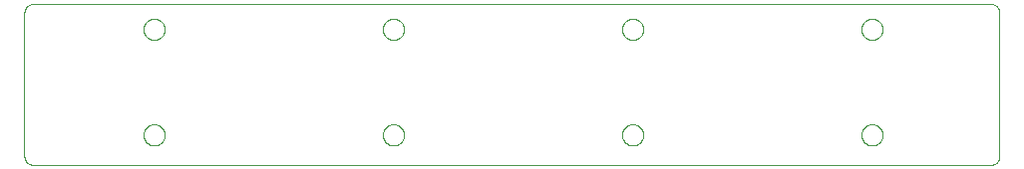
<source format=gko>
G75*
%MOIN*%
%OFA0B0*%
%FSLAX25Y25*%
%IPPOS*%
%LPD*%
%AMOC8*
5,1,8,0,0,1.08239X$1,22.5*
%
%ADD10C,0.00000*%
D10*
X0005500Y0002500D02*
X0325500Y0002500D01*
X0325607Y0002502D01*
X0325714Y0002508D01*
X0325821Y0002517D01*
X0325927Y0002531D01*
X0326033Y0002548D01*
X0326138Y0002569D01*
X0326242Y0002593D01*
X0326345Y0002622D01*
X0326447Y0002654D01*
X0326548Y0002689D01*
X0326648Y0002728D01*
X0326746Y0002771D01*
X0326843Y0002817D01*
X0326938Y0002867D01*
X0327031Y0002920D01*
X0327122Y0002976D01*
X0327211Y0003036D01*
X0327298Y0003098D01*
X0327382Y0003164D01*
X0327465Y0003233D01*
X0327544Y0003304D01*
X0327621Y0003379D01*
X0327696Y0003456D01*
X0327767Y0003535D01*
X0327836Y0003618D01*
X0327902Y0003702D01*
X0327964Y0003789D01*
X0328024Y0003878D01*
X0328080Y0003969D01*
X0328133Y0004062D01*
X0328183Y0004157D01*
X0328229Y0004254D01*
X0328272Y0004352D01*
X0328311Y0004452D01*
X0328346Y0004553D01*
X0328378Y0004655D01*
X0328407Y0004758D01*
X0328431Y0004862D01*
X0328452Y0004967D01*
X0328469Y0005073D01*
X0328483Y0005179D01*
X0328492Y0005286D01*
X0328498Y0005393D01*
X0328500Y0005500D01*
X0328500Y0053500D01*
X0328498Y0053607D01*
X0328492Y0053714D01*
X0328483Y0053821D01*
X0328469Y0053927D01*
X0328452Y0054033D01*
X0328431Y0054138D01*
X0328407Y0054242D01*
X0328378Y0054345D01*
X0328346Y0054447D01*
X0328311Y0054548D01*
X0328272Y0054648D01*
X0328229Y0054746D01*
X0328183Y0054843D01*
X0328133Y0054938D01*
X0328080Y0055031D01*
X0328024Y0055122D01*
X0327964Y0055211D01*
X0327902Y0055298D01*
X0327836Y0055382D01*
X0327767Y0055465D01*
X0327696Y0055544D01*
X0327621Y0055621D01*
X0327544Y0055696D01*
X0327465Y0055767D01*
X0327382Y0055836D01*
X0327298Y0055902D01*
X0327211Y0055964D01*
X0327122Y0056024D01*
X0327031Y0056080D01*
X0326938Y0056133D01*
X0326843Y0056183D01*
X0326746Y0056229D01*
X0326648Y0056272D01*
X0326548Y0056311D01*
X0326447Y0056346D01*
X0326345Y0056378D01*
X0326242Y0056407D01*
X0326138Y0056431D01*
X0326033Y0056452D01*
X0325927Y0056469D01*
X0325821Y0056483D01*
X0325714Y0056492D01*
X0325607Y0056498D01*
X0325500Y0056500D01*
X0005500Y0056500D01*
X0005393Y0056498D01*
X0005286Y0056492D01*
X0005179Y0056483D01*
X0005073Y0056469D01*
X0004967Y0056452D01*
X0004862Y0056431D01*
X0004758Y0056407D01*
X0004655Y0056378D01*
X0004553Y0056346D01*
X0004452Y0056311D01*
X0004352Y0056272D01*
X0004254Y0056229D01*
X0004157Y0056183D01*
X0004062Y0056133D01*
X0003969Y0056080D01*
X0003878Y0056024D01*
X0003789Y0055964D01*
X0003702Y0055902D01*
X0003618Y0055836D01*
X0003535Y0055767D01*
X0003456Y0055696D01*
X0003379Y0055621D01*
X0003304Y0055544D01*
X0003233Y0055465D01*
X0003164Y0055382D01*
X0003098Y0055298D01*
X0003036Y0055211D01*
X0002976Y0055122D01*
X0002920Y0055031D01*
X0002867Y0054938D01*
X0002817Y0054843D01*
X0002771Y0054746D01*
X0002728Y0054648D01*
X0002689Y0054548D01*
X0002654Y0054447D01*
X0002622Y0054345D01*
X0002593Y0054242D01*
X0002569Y0054138D01*
X0002548Y0054033D01*
X0002531Y0053927D01*
X0002517Y0053821D01*
X0002508Y0053714D01*
X0002502Y0053607D01*
X0002500Y0053500D01*
X0002500Y0005500D01*
X0002502Y0005393D01*
X0002508Y0005286D01*
X0002517Y0005179D01*
X0002531Y0005073D01*
X0002548Y0004967D01*
X0002569Y0004862D01*
X0002593Y0004758D01*
X0002622Y0004655D01*
X0002654Y0004553D01*
X0002689Y0004452D01*
X0002728Y0004352D01*
X0002771Y0004254D01*
X0002817Y0004157D01*
X0002867Y0004062D01*
X0002920Y0003969D01*
X0002976Y0003878D01*
X0003036Y0003789D01*
X0003098Y0003702D01*
X0003164Y0003618D01*
X0003233Y0003535D01*
X0003304Y0003456D01*
X0003379Y0003379D01*
X0003456Y0003304D01*
X0003535Y0003233D01*
X0003618Y0003164D01*
X0003702Y0003098D01*
X0003789Y0003036D01*
X0003878Y0002976D01*
X0003969Y0002920D01*
X0004062Y0002867D01*
X0004157Y0002817D01*
X0004254Y0002771D01*
X0004352Y0002728D01*
X0004452Y0002689D01*
X0004553Y0002654D01*
X0004655Y0002622D01*
X0004758Y0002593D01*
X0004862Y0002569D01*
X0004967Y0002548D01*
X0005073Y0002531D01*
X0005179Y0002517D01*
X0005286Y0002508D01*
X0005393Y0002502D01*
X0005500Y0002500D01*
X0042323Y0012574D02*
X0042325Y0012692D01*
X0042331Y0012811D01*
X0042341Y0012929D01*
X0042355Y0013046D01*
X0042372Y0013163D01*
X0042394Y0013280D01*
X0042420Y0013395D01*
X0042449Y0013510D01*
X0042482Y0013624D01*
X0042519Y0013736D01*
X0042560Y0013847D01*
X0042604Y0013957D01*
X0042652Y0014065D01*
X0042704Y0014172D01*
X0042759Y0014277D01*
X0042818Y0014380D01*
X0042880Y0014480D01*
X0042945Y0014579D01*
X0043014Y0014676D01*
X0043085Y0014770D01*
X0043160Y0014861D01*
X0043238Y0014951D01*
X0043319Y0015037D01*
X0043403Y0015121D01*
X0043489Y0015202D01*
X0043579Y0015280D01*
X0043670Y0015355D01*
X0043764Y0015426D01*
X0043861Y0015495D01*
X0043960Y0015560D01*
X0044060Y0015622D01*
X0044163Y0015681D01*
X0044268Y0015736D01*
X0044375Y0015788D01*
X0044483Y0015836D01*
X0044593Y0015880D01*
X0044704Y0015921D01*
X0044816Y0015958D01*
X0044930Y0015991D01*
X0045045Y0016020D01*
X0045160Y0016046D01*
X0045277Y0016068D01*
X0045394Y0016085D01*
X0045511Y0016099D01*
X0045629Y0016109D01*
X0045748Y0016115D01*
X0045866Y0016117D01*
X0045984Y0016115D01*
X0046103Y0016109D01*
X0046221Y0016099D01*
X0046338Y0016085D01*
X0046455Y0016068D01*
X0046572Y0016046D01*
X0046687Y0016020D01*
X0046802Y0015991D01*
X0046916Y0015958D01*
X0047028Y0015921D01*
X0047139Y0015880D01*
X0047249Y0015836D01*
X0047357Y0015788D01*
X0047464Y0015736D01*
X0047569Y0015681D01*
X0047672Y0015622D01*
X0047772Y0015560D01*
X0047871Y0015495D01*
X0047968Y0015426D01*
X0048062Y0015355D01*
X0048153Y0015280D01*
X0048243Y0015202D01*
X0048329Y0015121D01*
X0048413Y0015037D01*
X0048494Y0014951D01*
X0048572Y0014861D01*
X0048647Y0014770D01*
X0048718Y0014676D01*
X0048787Y0014579D01*
X0048852Y0014480D01*
X0048914Y0014380D01*
X0048973Y0014277D01*
X0049028Y0014172D01*
X0049080Y0014065D01*
X0049128Y0013957D01*
X0049172Y0013847D01*
X0049213Y0013736D01*
X0049250Y0013624D01*
X0049283Y0013510D01*
X0049312Y0013395D01*
X0049338Y0013280D01*
X0049360Y0013163D01*
X0049377Y0013046D01*
X0049391Y0012929D01*
X0049401Y0012811D01*
X0049407Y0012692D01*
X0049409Y0012574D01*
X0049407Y0012456D01*
X0049401Y0012337D01*
X0049391Y0012219D01*
X0049377Y0012102D01*
X0049360Y0011985D01*
X0049338Y0011868D01*
X0049312Y0011753D01*
X0049283Y0011638D01*
X0049250Y0011524D01*
X0049213Y0011412D01*
X0049172Y0011301D01*
X0049128Y0011191D01*
X0049080Y0011083D01*
X0049028Y0010976D01*
X0048973Y0010871D01*
X0048914Y0010768D01*
X0048852Y0010668D01*
X0048787Y0010569D01*
X0048718Y0010472D01*
X0048647Y0010378D01*
X0048572Y0010287D01*
X0048494Y0010197D01*
X0048413Y0010111D01*
X0048329Y0010027D01*
X0048243Y0009946D01*
X0048153Y0009868D01*
X0048062Y0009793D01*
X0047968Y0009722D01*
X0047871Y0009653D01*
X0047772Y0009588D01*
X0047672Y0009526D01*
X0047569Y0009467D01*
X0047464Y0009412D01*
X0047357Y0009360D01*
X0047249Y0009312D01*
X0047139Y0009268D01*
X0047028Y0009227D01*
X0046916Y0009190D01*
X0046802Y0009157D01*
X0046687Y0009128D01*
X0046572Y0009102D01*
X0046455Y0009080D01*
X0046338Y0009063D01*
X0046221Y0009049D01*
X0046103Y0009039D01*
X0045984Y0009033D01*
X0045866Y0009031D01*
X0045748Y0009033D01*
X0045629Y0009039D01*
X0045511Y0009049D01*
X0045394Y0009063D01*
X0045277Y0009080D01*
X0045160Y0009102D01*
X0045045Y0009128D01*
X0044930Y0009157D01*
X0044816Y0009190D01*
X0044704Y0009227D01*
X0044593Y0009268D01*
X0044483Y0009312D01*
X0044375Y0009360D01*
X0044268Y0009412D01*
X0044163Y0009467D01*
X0044060Y0009526D01*
X0043960Y0009588D01*
X0043861Y0009653D01*
X0043764Y0009722D01*
X0043670Y0009793D01*
X0043579Y0009868D01*
X0043489Y0009946D01*
X0043403Y0010027D01*
X0043319Y0010111D01*
X0043238Y0010197D01*
X0043160Y0010287D01*
X0043085Y0010378D01*
X0043014Y0010472D01*
X0042945Y0010569D01*
X0042880Y0010668D01*
X0042818Y0010768D01*
X0042759Y0010871D01*
X0042704Y0010976D01*
X0042652Y0011083D01*
X0042604Y0011191D01*
X0042560Y0011301D01*
X0042519Y0011412D01*
X0042482Y0011524D01*
X0042449Y0011638D01*
X0042420Y0011753D01*
X0042394Y0011868D01*
X0042372Y0011985D01*
X0042355Y0012102D01*
X0042341Y0012219D01*
X0042331Y0012337D01*
X0042325Y0012456D01*
X0042323Y0012574D01*
X0122321Y0012574D02*
X0122323Y0012692D01*
X0122329Y0012811D01*
X0122339Y0012929D01*
X0122353Y0013046D01*
X0122370Y0013163D01*
X0122392Y0013280D01*
X0122418Y0013395D01*
X0122447Y0013510D01*
X0122480Y0013624D01*
X0122517Y0013736D01*
X0122558Y0013847D01*
X0122602Y0013957D01*
X0122650Y0014065D01*
X0122702Y0014172D01*
X0122757Y0014277D01*
X0122816Y0014380D01*
X0122878Y0014480D01*
X0122943Y0014579D01*
X0123012Y0014676D01*
X0123083Y0014770D01*
X0123158Y0014861D01*
X0123236Y0014951D01*
X0123317Y0015037D01*
X0123401Y0015121D01*
X0123487Y0015202D01*
X0123577Y0015280D01*
X0123668Y0015355D01*
X0123762Y0015426D01*
X0123859Y0015495D01*
X0123958Y0015560D01*
X0124058Y0015622D01*
X0124161Y0015681D01*
X0124266Y0015736D01*
X0124373Y0015788D01*
X0124481Y0015836D01*
X0124591Y0015880D01*
X0124702Y0015921D01*
X0124814Y0015958D01*
X0124928Y0015991D01*
X0125043Y0016020D01*
X0125158Y0016046D01*
X0125275Y0016068D01*
X0125392Y0016085D01*
X0125509Y0016099D01*
X0125627Y0016109D01*
X0125746Y0016115D01*
X0125864Y0016117D01*
X0125982Y0016115D01*
X0126101Y0016109D01*
X0126219Y0016099D01*
X0126336Y0016085D01*
X0126453Y0016068D01*
X0126570Y0016046D01*
X0126685Y0016020D01*
X0126800Y0015991D01*
X0126914Y0015958D01*
X0127026Y0015921D01*
X0127137Y0015880D01*
X0127247Y0015836D01*
X0127355Y0015788D01*
X0127462Y0015736D01*
X0127567Y0015681D01*
X0127670Y0015622D01*
X0127770Y0015560D01*
X0127869Y0015495D01*
X0127966Y0015426D01*
X0128060Y0015355D01*
X0128151Y0015280D01*
X0128241Y0015202D01*
X0128327Y0015121D01*
X0128411Y0015037D01*
X0128492Y0014951D01*
X0128570Y0014861D01*
X0128645Y0014770D01*
X0128716Y0014676D01*
X0128785Y0014579D01*
X0128850Y0014480D01*
X0128912Y0014380D01*
X0128971Y0014277D01*
X0129026Y0014172D01*
X0129078Y0014065D01*
X0129126Y0013957D01*
X0129170Y0013847D01*
X0129211Y0013736D01*
X0129248Y0013624D01*
X0129281Y0013510D01*
X0129310Y0013395D01*
X0129336Y0013280D01*
X0129358Y0013163D01*
X0129375Y0013046D01*
X0129389Y0012929D01*
X0129399Y0012811D01*
X0129405Y0012692D01*
X0129407Y0012574D01*
X0129405Y0012456D01*
X0129399Y0012337D01*
X0129389Y0012219D01*
X0129375Y0012102D01*
X0129358Y0011985D01*
X0129336Y0011868D01*
X0129310Y0011753D01*
X0129281Y0011638D01*
X0129248Y0011524D01*
X0129211Y0011412D01*
X0129170Y0011301D01*
X0129126Y0011191D01*
X0129078Y0011083D01*
X0129026Y0010976D01*
X0128971Y0010871D01*
X0128912Y0010768D01*
X0128850Y0010668D01*
X0128785Y0010569D01*
X0128716Y0010472D01*
X0128645Y0010378D01*
X0128570Y0010287D01*
X0128492Y0010197D01*
X0128411Y0010111D01*
X0128327Y0010027D01*
X0128241Y0009946D01*
X0128151Y0009868D01*
X0128060Y0009793D01*
X0127966Y0009722D01*
X0127869Y0009653D01*
X0127770Y0009588D01*
X0127670Y0009526D01*
X0127567Y0009467D01*
X0127462Y0009412D01*
X0127355Y0009360D01*
X0127247Y0009312D01*
X0127137Y0009268D01*
X0127026Y0009227D01*
X0126914Y0009190D01*
X0126800Y0009157D01*
X0126685Y0009128D01*
X0126570Y0009102D01*
X0126453Y0009080D01*
X0126336Y0009063D01*
X0126219Y0009049D01*
X0126101Y0009039D01*
X0125982Y0009033D01*
X0125864Y0009031D01*
X0125746Y0009033D01*
X0125627Y0009039D01*
X0125509Y0009049D01*
X0125392Y0009063D01*
X0125275Y0009080D01*
X0125158Y0009102D01*
X0125043Y0009128D01*
X0124928Y0009157D01*
X0124814Y0009190D01*
X0124702Y0009227D01*
X0124591Y0009268D01*
X0124481Y0009312D01*
X0124373Y0009360D01*
X0124266Y0009412D01*
X0124161Y0009467D01*
X0124058Y0009526D01*
X0123958Y0009588D01*
X0123859Y0009653D01*
X0123762Y0009722D01*
X0123668Y0009793D01*
X0123577Y0009868D01*
X0123487Y0009946D01*
X0123401Y0010027D01*
X0123317Y0010111D01*
X0123236Y0010197D01*
X0123158Y0010287D01*
X0123083Y0010378D01*
X0123012Y0010472D01*
X0122943Y0010569D01*
X0122878Y0010668D01*
X0122816Y0010768D01*
X0122757Y0010871D01*
X0122702Y0010976D01*
X0122650Y0011083D01*
X0122602Y0011191D01*
X0122558Y0011301D01*
X0122517Y0011412D01*
X0122480Y0011524D01*
X0122447Y0011638D01*
X0122418Y0011753D01*
X0122392Y0011868D01*
X0122370Y0011985D01*
X0122353Y0012102D01*
X0122339Y0012219D01*
X0122329Y0012337D01*
X0122323Y0012456D01*
X0122321Y0012574D01*
X0202318Y0012574D02*
X0202320Y0012692D01*
X0202326Y0012811D01*
X0202336Y0012929D01*
X0202350Y0013046D01*
X0202367Y0013163D01*
X0202389Y0013280D01*
X0202415Y0013395D01*
X0202444Y0013510D01*
X0202477Y0013624D01*
X0202514Y0013736D01*
X0202555Y0013847D01*
X0202599Y0013957D01*
X0202647Y0014065D01*
X0202699Y0014172D01*
X0202754Y0014277D01*
X0202813Y0014380D01*
X0202875Y0014480D01*
X0202940Y0014579D01*
X0203009Y0014676D01*
X0203080Y0014770D01*
X0203155Y0014861D01*
X0203233Y0014951D01*
X0203314Y0015037D01*
X0203398Y0015121D01*
X0203484Y0015202D01*
X0203574Y0015280D01*
X0203665Y0015355D01*
X0203759Y0015426D01*
X0203856Y0015495D01*
X0203955Y0015560D01*
X0204055Y0015622D01*
X0204158Y0015681D01*
X0204263Y0015736D01*
X0204370Y0015788D01*
X0204478Y0015836D01*
X0204588Y0015880D01*
X0204699Y0015921D01*
X0204811Y0015958D01*
X0204925Y0015991D01*
X0205040Y0016020D01*
X0205155Y0016046D01*
X0205272Y0016068D01*
X0205389Y0016085D01*
X0205506Y0016099D01*
X0205624Y0016109D01*
X0205743Y0016115D01*
X0205861Y0016117D01*
X0205979Y0016115D01*
X0206098Y0016109D01*
X0206216Y0016099D01*
X0206333Y0016085D01*
X0206450Y0016068D01*
X0206567Y0016046D01*
X0206682Y0016020D01*
X0206797Y0015991D01*
X0206911Y0015958D01*
X0207023Y0015921D01*
X0207134Y0015880D01*
X0207244Y0015836D01*
X0207352Y0015788D01*
X0207459Y0015736D01*
X0207564Y0015681D01*
X0207667Y0015622D01*
X0207767Y0015560D01*
X0207866Y0015495D01*
X0207963Y0015426D01*
X0208057Y0015355D01*
X0208148Y0015280D01*
X0208238Y0015202D01*
X0208324Y0015121D01*
X0208408Y0015037D01*
X0208489Y0014951D01*
X0208567Y0014861D01*
X0208642Y0014770D01*
X0208713Y0014676D01*
X0208782Y0014579D01*
X0208847Y0014480D01*
X0208909Y0014380D01*
X0208968Y0014277D01*
X0209023Y0014172D01*
X0209075Y0014065D01*
X0209123Y0013957D01*
X0209167Y0013847D01*
X0209208Y0013736D01*
X0209245Y0013624D01*
X0209278Y0013510D01*
X0209307Y0013395D01*
X0209333Y0013280D01*
X0209355Y0013163D01*
X0209372Y0013046D01*
X0209386Y0012929D01*
X0209396Y0012811D01*
X0209402Y0012692D01*
X0209404Y0012574D01*
X0209402Y0012456D01*
X0209396Y0012337D01*
X0209386Y0012219D01*
X0209372Y0012102D01*
X0209355Y0011985D01*
X0209333Y0011868D01*
X0209307Y0011753D01*
X0209278Y0011638D01*
X0209245Y0011524D01*
X0209208Y0011412D01*
X0209167Y0011301D01*
X0209123Y0011191D01*
X0209075Y0011083D01*
X0209023Y0010976D01*
X0208968Y0010871D01*
X0208909Y0010768D01*
X0208847Y0010668D01*
X0208782Y0010569D01*
X0208713Y0010472D01*
X0208642Y0010378D01*
X0208567Y0010287D01*
X0208489Y0010197D01*
X0208408Y0010111D01*
X0208324Y0010027D01*
X0208238Y0009946D01*
X0208148Y0009868D01*
X0208057Y0009793D01*
X0207963Y0009722D01*
X0207866Y0009653D01*
X0207767Y0009588D01*
X0207667Y0009526D01*
X0207564Y0009467D01*
X0207459Y0009412D01*
X0207352Y0009360D01*
X0207244Y0009312D01*
X0207134Y0009268D01*
X0207023Y0009227D01*
X0206911Y0009190D01*
X0206797Y0009157D01*
X0206682Y0009128D01*
X0206567Y0009102D01*
X0206450Y0009080D01*
X0206333Y0009063D01*
X0206216Y0009049D01*
X0206098Y0009039D01*
X0205979Y0009033D01*
X0205861Y0009031D01*
X0205743Y0009033D01*
X0205624Y0009039D01*
X0205506Y0009049D01*
X0205389Y0009063D01*
X0205272Y0009080D01*
X0205155Y0009102D01*
X0205040Y0009128D01*
X0204925Y0009157D01*
X0204811Y0009190D01*
X0204699Y0009227D01*
X0204588Y0009268D01*
X0204478Y0009312D01*
X0204370Y0009360D01*
X0204263Y0009412D01*
X0204158Y0009467D01*
X0204055Y0009526D01*
X0203955Y0009588D01*
X0203856Y0009653D01*
X0203759Y0009722D01*
X0203665Y0009793D01*
X0203574Y0009868D01*
X0203484Y0009946D01*
X0203398Y0010027D01*
X0203314Y0010111D01*
X0203233Y0010197D01*
X0203155Y0010287D01*
X0203080Y0010378D01*
X0203009Y0010472D01*
X0202940Y0010569D01*
X0202875Y0010668D01*
X0202813Y0010768D01*
X0202754Y0010871D01*
X0202699Y0010976D01*
X0202647Y0011083D01*
X0202599Y0011191D01*
X0202555Y0011301D01*
X0202514Y0011412D01*
X0202477Y0011524D01*
X0202444Y0011638D01*
X0202415Y0011753D01*
X0202389Y0011868D01*
X0202367Y0011985D01*
X0202350Y0012102D01*
X0202336Y0012219D01*
X0202326Y0012337D01*
X0202320Y0012456D01*
X0202318Y0012574D01*
X0282323Y0012574D02*
X0282325Y0012692D01*
X0282331Y0012811D01*
X0282341Y0012929D01*
X0282355Y0013046D01*
X0282372Y0013163D01*
X0282394Y0013280D01*
X0282420Y0013395D01*
X0282449Y0013510D01*
X0282482Y0013624D01*
X0282519Y0013736D01*
X0282560Y0013847D01*
X0282604Y0013957D01*
X0282652Y0014065D01*
X0282704Y0014172D01*
X0282759Y0014277D01*
X0282818Y0014380D01*
X0282880Y0014480D01*
X0282945Y0014579D01*
X0283014Y0014676D01*
X0283085Y0014770D01*
X0283160Y0014861D01*
X0283238Y0014951D01*
X0283319Y0015037D01*
X0283403Y0015121D01*
X0283489Y0015202D01*
X0283579Y0015280D01*
X0283670Y0015355D01*
X0283764Y0015426D01*
X0283861Y0015495D01*
X0283960Y0015560D01*
X0284060Y0015622D01*
X0284163Y0015681D01*
X0284268Y0015736D01*
X0284375Y0015788D01*
X0284483Y0015836D01*
X0284593Y0015880D01*
X0284704Y0015921D01*
X0284816Y0015958D01*
X0284930Y0015991D01*
X0285045Y0016020D01*
X0285160Y0016046D01*
X0285277Y0016068D01*
X0285394Y0016085D01*
X0285511Y0016099D01*
X0285629Y0016109D01*
X0285748Y0016115D01*
X0285866Y0016117D01*
X0285984Y0016115D01*
X0286103Y0016109D01*
X0286221Y0016099D01*
X0286338Y0016085D01*
X0286455Y0016068D01*
X0286572Y0016046D01*
X0286687Y0016020D01*
X0286802Y0015991D01*
X0286916Y0015958D01*
X0287028Y0015921D01*
X0287139Y0015880D01*
X0287249Y0015836D01*
X0287357Y0015788D01*
X0287464Y0015736D01*
X0287569Y0015681D01*
X0287672Y0015622D01*
X0287772Y0015560D01*
X0287871Y0015495D01*
X0287968Y0015426D01*
X0288062Y0015355D01*
X0288153Y0015280D01*
X0288243Y0015202D01*
X0288329Y0015121D01*
X0288413Y0015037D01*
X0288494Y0014951D01*
X0288572Y0014861D01*
X0288647Y0014770D01*
X0288718Y0014676D01*
X0288787Y0014579D01*
X0288852Y0014480D01*
X0288914Y0014380D01*
X0288973Y0014277D01*
X0289028Y0014172D01*
X0289080Y0014065D01*
X0289128Y0013957D01*
X0289172Y0013847D01*
X0289213Y0013736D01*
X0289250Y0013624D01*
X0289283Y0013510D01*
X0289312Y0013395D01*
X0289338Y0013280D01*
X0289360Y0013163D01*
X0289377Y0013046D01*
X0289391Y0012929D01*
X0289401Y0012811D01*
X0289407Y0012692D01*
X0289409Y0012574D01*
X0289407Y0012456D01*
X0289401Y0012337D01*
X0289391Y0012219D01*
X0289377Y0012102D01*
X0289360Y0011985D01*
X0289338Y0011868D01*
X0289312Y0011753D01*
X0289283Y0011638D01*
X0289250Y0011524D01*
X0289213Y0011412D01*
X0289172Y0011301D01*
X0289128Y0011191D01*
X0289080Y0011083D01*
X0289028Y0010976D01*
X0288973Y0010871D01*
X0288914Y0010768D01*
X0288852Y0010668D01*
X0288787Y0010569D01*
X0288718Y0010472D01*
X0288647Y0010378D01*
X0288572Y0010287D01*
X0288494Y0010197D01*
X0288413Y0010111D01*
X0288329Y0010027D01*
X0288243Y0009946D01*
X0288153Y0009868D01*
X0288062Y0009793D01*
X0287968Y0009722D01*
X0287871Y0009653D01*
X0287772Y0009588D01*
X0287672Y0009526D01*
X0287569Y0009467D01*
X0287464Y0009412D01*
X0287357Y0009360D01*
X0287249Y0009312D01*
X0287139Y0009268D01*
X0287028Y0009227D01*
X0286916Y0009190D01*
X0286802Y0009157D01*
X0286687Y0009128D01*
X0286572Y0009102D01*
X0286455Y0009080D01*
X0286338Y0009063D01*
X0286221Y0009049D01*
X0286103Y0009039D01*
X0285984Y0009033D01*
X0285866Y0009031D01*
X0285748Y0009033D01*
X0285629Y0009039D01*
X0285511Y0009049D01*
X0285394Y0009063D01*
X0285277Y0009080D01*
X0285160Y0009102D01*
X0285045Y0009128D01*
X0284930Y0009157D01*
X0284816Y0009190D01*
X0284704Y0009227D01*
X0284593Y0009268D01*
X0284483Y0009312D01*
X0284375Y0009360D01*
X0284268Y0009412D01*
X0284163Y0009467D01*
X0284060Y0009526D01*
X0283960Y0009588D01*
X0283861Y0009653D01*
X0283764Y0009722D01*
X0283670Y0009793D01*
X0283579Y0009868D01*
X0283489Y0009946D01*
X0283403Y0010027D01*
X0283319Y0010111D01*
X0283238Y0010197D01*
X0283160Y0010287D01*
X0283085Y0010378D01*
X0283014Y0010472D01*
X0282945Y0010569D01*
X0282880Y0010668D01*
X0282818Y0010768D01*
X0282759Y0010871D01*
X0282704Y0010976D01*
X0282652Y0011083D01*
X0282604Y0011191D01*
X0282560Y0011301D01*
X0282519Y0011412D01*
X0282482Y0011524D01*
X0282449Y0011638D01*
X0282420Y0011753D01*
X0282394Y0011868D01*
X0282372Y0011985D01*
X0282355Y0012102D01*
X0282341Y0012219D01*
X0282331Y0012337D01*
X0282325Y0012456D01*
X0282323Y0012574D01*
X0282316Y0047974D02*
X0282318Y0048093D01*
X0282324Y0048211D01*
X0282334Y0048329D01*
X0282348Y0048447D01*
X0282365Y0048564D01*
X0282387Y0048681D01*
X0282413Y0048797D01*
X0282442Y0048912D01*
X0282475Y0049026D01*
X0282512Y0049138D01*
X0282553Y0049250D01*
X0282598Y0049360D01*
X0282646Y0049468D01*
X0282698Y0049575D01*
X0282753Y0049680D01*
X0282812Y0049783D01*
X0282874Y0049884D01*
X0282939Y0049983D01*
X0283008Y0050080D01*
X0283080Y0050174D01*
X0283155Y0050266D01*
X0283233Y0050355D01*
X0283314Y0050442D01*
X0283398Y0050526D01*
X0283485Y0050607D01*
X0283574Y0050685D01*
X0283666Y0050760D01*
X0283760Y0050832D01*
X0283857Y0050901D01*
X0283956Y0050966D01*
X0284057Y0051028D01*
X0284160Y0051087D01*
X0284265Y0051142D01*
X0284372Y0051194D01*
X0284480Y0051242D01*
X0284590Y0051287D01*
X0284702Y0051328D01*
X0284814Y0051365D01*
X0284928Y0051398D01*
X0285043Y0051427D01*
X0285159Y0051453D01*
X0285276Y0051475D01*
X0285393Y0051492D01*
X0285511Y0051506D01*
X0285629Y0051516D01*
X0285747Y0051522D01*
X0285866Y0051524D01*
X0285985Y0051522D01*
X0286103Y0051516D01*
X0286221Y0051506D01*
X0286339Y0051492D01*
X0286456Y0051475D01*
X0286573Y0051453D01*
X0286689Y0051427D01*
X0286804Y0051398D01*
X0286918Y0051365D01*
X0287030Y0051328D01*
X0287142Y0051287D01*
X0287252Y0051242D01*
X0287360Y0051194D01*
X0287467Y0051142D01*
X0287572Y0051087D01*
X0287675Y0051028D01*
X0287776Y0050966D01*
X0287875Y0050901D01*
X0287972Y0050832D01*
X0288066Y0050760D01*
X0288158Y0050685D01*
X0288247Y0050607D01*
X0288334Y0050526D01*
X0288418Y0050442D01*
X0288499Y0050355D01*
X0288577Y0050266D01*
X0288652Y0050174D01*
X0288724Y0050080D01*
X0288793Y0049983D01*
X0288858Y0049884D01*
X0288920Y0049783D01*
X0288979Y0049680D01*
X0289034Y0049575D01*
X0289086Y0049468D01*
X0289134Y0049360D01*
X0289179Y0049250D01*
X0289220Y0049138D01*
X0289257Y0049026D01*
X0289290Y0048912D01*
X0289319Y0048797D01*
X0289345Y0048681D01*
X0289367Y0048564D01*
X0289384Y0048447D01*
X0289398Y0048329D01*
X0289408Y0048211D01*
X0289414Y0048093D01*
X0289416Y0047974D01*
X0289414Y0047855D01*
X0289408Y0047737D01*
X0289398Y0047619D01*
X0289384Y0047501D01*
X0289367Y0047384D01*
X0289345Y0047267D01*
X0289319Y0047151D01*
X0289290Y0047036D01*
X0289257Y0046922D01*
X0289220Y0046810D01*
X0289179Y0046698D01*
X0289134Y0046588D01*
X0289086Y0046480D01*
X0289034Y0046373D01*
X0288979Y0046268D01*
X0288920Y0046165D01*
X0288858Y0046064D01*
X0288793Y0045965D01*
X0288724Y0045868D01*
X0288652Y0045774D01*
X0288577Y0045682D01*
X0288499Y0045593D01*
X0288418Y0045506D01*
X0288334Y0045422D01*
X0288247Y0045341D01*
X0288158Y0045263D01*
X0288066Y0045188D01*
X0287972Y0045116D01*
X0287875Y0045047D01*
X0287776Y0044982D01*
X0287675Y0044920D01*
X0287572Y0044861D01*
X0287467Y0044806D01*
X0287360Y0044754D01*
X0287252Y0044706D01*
X0287142Y0044661D01*
X0287030Y0044620D01*
X0286918Y0044583D01*
X0286804Y0044550D01*
X0286689Y0044521D01*
X0286573Y0044495D01*
X0286456Y0044473D01*
X0286339Y0044456D01*
X0286221Y0044442D01*
X0286103Y0044432D01*
X0285985Y0044426D01*
X0285866Y0044424D01*
X0285747Y0044426D01*
X0285629Y0044432D01*
X0285511Y0044442D01*
X0285393Y0044456D01*
X0285276Y0044473D01*
X0285159Y0044495D01*
X0285043Y0044521D01*
X0284928Y0044550D01*
X0284814Y0044583D01*
X0284702Y0044620D01*
X0284590Y0044661D01*
X0284480Y0044706D01*
X0284372Y0044754D01*
X0284265Y0044806D01*
X0284160Y0044861D01*
X0284057Y0044920D01*
X0283956Y0044982D01*
X0283857Y0045047D01*
X0283760Y0045116D01*
X0283666Y0045188D01*
X0283574Y0045263D01*
X0283485Y0045341D01*
X0283398Y0045422D01*
X0283314Y0045506D01*
X0283233Y0045593D01*
X0283155Y0045682D01*
X0283080Y0045774D01*
X0283008Y0045868D01*
X0282939Y0045965D01*
X0282874Y0046064D01*
X0282812Y0046165D01*
X0282753Y0046268D01*
X0282698Y0046373D01*
X0282646Y0046480D01*
X0282598Y0046588D01*
X0282553Y0046698D01*
X0282512Y0046810D01*
X0282475Y0046922D01*
X0282442Y0047036D01*
X0282413Y0047151D01*
X0282387Y0047267D01*
X0282365Y0047384D01*
X0282348Y0047501D01*
X0282334Y0047619D01*
X0282324Y0047737D01*
X0282318Y0047855D01*
X0282316Y0047974D01*
X0202311Y0047974D02*
X0202313Y0048093D01*
X0202319Y0048211D01*
X0202329Y0048329D01*
X0202343Y0048447D01*
X0202360Y0048564D01*
X0202382Y0048681D01*
X0202408Y0048797D01*
X0202437Y0048912D01*
X0202470Y0049026D01*
X0202507Y0049138D01*
X0202548Y0049250D01*
X0202593Y0049360D01*
X0202641Y0049468D01*
X0202693Y0049575D01*
X0202748Y0049680D01*
X0202807Y0049783D01*
X0202869Y0049884D01*
X0202934Y0049983D01*
X0203003Y0050080D01*
X0203075Y0050174D01*
X0203150Y0050266D01*
X0203228Y0050355D01*
X0203309Y0050442D01*
X0203393Y0050526D01*
X0203480Y0050607D01*
X0203569Y0050685D01*
X0203661Y0050760D01*
X0203755Y0050832D01*
X0203852Y0050901D01*
X0203951Y0050966D01*
X0204052Y0051028D01*
X0204155Y0051087D01*
X0204260Y0051142D01*
X0204367Y0051194D01*
X0204475Y0051242D01*
X0204585Y0051287D01*
X0204697Y0051328D01*
X0204809Y0051365D01*
X0204923Y0051398D01*
X0205038Y0051427D01*
X0205154Y0051453D01*
X0205271Y0051475D01*
X0205388Y0051492D01*
X0205506Y0051506D01*
X0205624Y0051516D01*
X0205742Y0051522D01*
X0205861Y0051524D01*
X0205980Y0051522D01*
X0206098Y0051516D01*
X0206216Y0051506D01*
X0206334Y0051492D01*
X0206451Y0051475D01*
X0206568Y0051453D01*
X0206684Y0051427D01*
X0206799Y0051398D01*
X0206913Y0051365D01*
X0207025Y0051328D01*
X0207137Y0051287D01*
X0207247Y0051242D01*
X0207355Y0051194D01*
X0207462Y0051142D01*
X0207567Y0051087D01*
X0207670Y0051028D01*
X0207771Y0050966D01*
X0207870Y0050901D01*
X0207967Y0050832D01*
X0208061Y0050760D01*
X0208153Y0050685D01*
X0208242Y0050607D01*
X0208329Y0050526D01*
X0208413Y0050442D01*
X0208494Y0050355D01*
X0208572Y0050266D01*
X0208647Y0050174D01*
X0208719Y0050080D01*
X0208788Y0049983D01*
X0208853Y0049884D01*
X0208915Y0049783D01*
X0208974Y0049680D01*
X0209029Y0049575D01*
X0209081Y0049468D01*
X0209129Y0049360D01*
X0209174Y0049250D01*
X0209215Y0049138D01*
X0209252Y0049026D01*
X0209285Y0048912D01*
X0209314Y0048797D01*
X0209340Y0048681D01*
X0209362Y0048564D01*
X0209379Y0048447D01*
X0209393Y0048329D01*
X0209403Y0048211D01*
X0209409Y0048093D01*
X0209411Y0047974D01*
X0209409Y0047855D01*
X0209403Y0047737D01*
X0209393Y0047619D01*
X0209379Y0047501D01*
X0209362Y0047384D01*
X0209340Y0047267D01*
X0209314Y0047151D01*
X0209285Y0047036D01*
X0209252Y0046922D01*
X0209215Y0046810D01*
X0209174Y0046698D01*
X0209129Y0046588D01*
X0209081Y0046480D01*
X0209029Y0046373D01*
X0208974Y0046268D01*
X0208915Y0046165D01*
X0208853Y0046064D01*
X0208788Y0045965D01*
X0208719Y0045868D01*
X0208647Y0045774D01*
X0208572Y0045682D01*
X0208494Y0045593D01*
X0208413Y0045506D01*
X0208329Y0045422D01*
X0208242Y0045341D01*
X0208153Y0045263D01*
X0208061Y0045188D01*
X0207967Y0045116D01*
X0207870Y0045047D01*
X0207771Y0044982D01*
X0207670Y0044920D01*
X0207567Y0044861D01*
X0207462Y0044806D01*
X0207355Y0044754D01*
X0207247Y0044706D01*
X0207137Y0044661D01*
X0207025Y0044620D01*
X0206913Y0044583D01*
X0206799Y0044550D01*
X0206684Y0044521D01*
X0206568Y0044495D01*
X0206451Y0044473D01*
X0206334Y0044456D01*
X0206216Y0044442D01*
X0206098Y0044432D01*
X0205980Y0044426D01*
X0205861Y0044424D01*
X0205742Y0044426D01*
X0205624Y0044432D01*
X0205506Y0044442D01*
X0205388Y0044456D01*
X0205271Y0044473D01*
X0205154Y0044495D01*
X0205038Y0044521D01*
X0204923Y0044550D01*
X0204809Y0044583D01*
X0204697Y0044620D01*
X0204585Y0044661D01*
X0204475Y0044706D01*
X0204367Y0044754D01*
X0204260Y0044806D01*
X0204155Y0044861D01*
X0204052Y0044920D01*
X0203951Y0044982D01*
X0203852Y0045047D01*
X0203755Y0045116D01*
X0203661Y0045188D01*
X0203569Y0045263D01*
X0203480Y0045341D01*
X0203393Y0045422D01*
X0203309Y0045506D01*
X0203228Y0045593D01*
X0203150Y0045682D01*
X0203075Y0045774D01*
X0203003Y0045868D01*
X0202934Y0045965D01*
X0202869Y0046064D01*
X0202807Y0046165D01*
X0202748Y0046268D01*
X0202693Y0046373D01*
X0202641Y0046480D01*
X0202593Y0046588D01*
X0202548Y0046698D01*
X0202507Y0046810D01*
X0202470Y0046922D01*
X0202437Y0047036D01*
X0202408Y0047151D01*
X0202382Y0047267D01*
X0202360Y0047384D01*
X0202343Y0047501D01*
X0202329Y0047619D01*
X0202319Y0047737D01*
X0202313Y0047855D01*
X0202311Y0047974D01*
X0122314Y0047974D02*
X0122316Y0048093D01*
X0122322Y0048211D01*
X0122332Y0048329D01*
X0122346Y0048447D01*
X0122363Y0048564D01*
X0122385Y0048681D01*
X0122411Y0048797D01*
X0122440Y0048912D01*
X0122473Y0049026D01*
X0122510Y0049138D01*
X0122551Y0049250D01*
X0122596Y0049360D01*
X0122644Y0049468D01*
X0122696Y0049575D01*
X0122751Y0049680D01*
X0122810Y0049783D01*
X0122872Y0049884D01*
X0122937Y0049983D01*
X0123006Y0050080D01*
X0123078Y0050174D01*
X0123153Y0050266D01*
X0123231Y0050355D01*
X0123312Y0050442D01*
X0123396Y0050526D01*
X0123483Y0050607D01*
X0123572Y0050685D01*
X0123664Y0050760D01*
X0123758Y0050832D01*
X0123855Y0050901D01*
X0123954Y0050966D01*
X0124055Y0051028D01*
X0124158Y0051087D01*
X0124263Y0051142D01*
X0124370Y0051194D01*
X0124478Y0051242D01*
X0124588Y0051287D01*
X0124700Y0051328D01*
X0124812Y0051365D01*
X0124926Y0051398D01*
X0125041Y0051427D01*
X0125157Y0051453D01*
X0125274Y0051475D01*
X0125391Y0051492D01*
X0125509Y0051506D01*
X0125627Y0051516D01*
X0125745Y0051522D01*
X0125864Y0051524D01*
X0125983Y0051522D01*
X0126101Y0051516D01*
X0126219Y0051506D01*
X0126337Y0051492D01*
X0126454Y0051475D01*
X0126571Y0051453D01*
X0126687Y0051427D01*
X0126802Y0051398D01*
X0126916Y0051365D01*
X0127028Y0051328D01*
X0127140Y0051287D01*
X0127250Y0051242D01*
X0127358Y0051194D01*
X0127465Y0051142D01*
X0127570Y0051087D01*
X0127673Y0051028D01*
X0127774Y0050966D01*
X0127873Y0050901D01*
X0127970Y0050832D01*
X0128064Y0050760D01*
X0128156Y0050685D01*
X0128245Y0050607D01*
X0128332Y0050526D01*
X0128416Y0050442D01*
X0128497Y0050355D01*
X0128575Y0050266D01*
X0128650Y0050174D01*
X0128722Y0050080D01*
X0128791Y0049983D01*
X0128856Y0049884D01*
X0128918Y0049783D01*
X0128977Y0049680D01*
X0129032Y0049575D01*
X0129084Y0049468D01*
X0129132Y0049360D01*
X0129177Y0049250D01*
X0129218Y0049138D01*
X0129255Y0049026D01*
X0129288Y0048912D01*
X0129317Y0048797D01*
X0129343Y0048681D01*
X0129365Y0048564D01*
X0129382Y0048447D01*
X0129396Y0048329D01*
X0129406Y0048211D01*
X0129412Y0048093D01*
X0129414Y0047974D01*
X0129412Y0047855D01*
X0129406Y0047737D01*
X0129396Y0047619D01*
X0129382Y0047501D01*
X0129365Y0047384D01*
X0129343Y0047267D01*
X0129317Y0047151D01*
X0129288Y0047036D01*
X0129255Y0046922D01*
X0129218Y0046810D01*
X0129177Y0046698D01*
X0129132Y0046588D01*
X0129084Y0046480D01*
X0129032Y0046373D01*
X0128977Y0046268D01*
X0128918Y0046165D01*
X0128856Y0046064D01*
X0128791Y0045965D01*
X0128722Y0045868D01*
X0128650Y0045774D01*
X0128575Y0045682D01*
X0128497Y0045593D01*
X0128416Y0045506D01*
X0128332Y0045422D01*
X0128245Y0045341D01*
X0128156Y0045263D01*
X0128064Y0045188D01*
X0127970Y0045116D01*
X0127873Y0045047D01*
X0127774Y0044982D01*
X0127673Y0044920D01*
X0127570Y0044861D01*
X0127465Y0044806D01*
X0127358Y0044754D01*
X0127250Y0044706D01*
X0127140Y0044661D01*
X0127028Y0044620D01*
X0126916Y0044583D01*
X0126802Y0044550D01*
X0126687Y0044521D01*
X0126571Y0044495D01*
X0126454Y0044473D01*
X0126337Y0044456D01*
X0126219Y0044442D01*
X0126101Y0044432D01*
X0125983Y0044426D01*
X0125864Y0044424D01*
X0125745Y0044426D01*
X0125627Y0044432D01*
X0125509Y0044442D01*
X0125391Y0044456D01*
X0125274Y0044473D01*
X0125157Y0044495D01*
X0125041Y0044521D01*
X0124926Y0044550D01*
X0124812Y0044583D01*
X0124700Y0044620D01*
X0124588Y0044661D01*
X0124478Y0044706D01*
X0124370Y0044754D01*
X0124263Y0044806D01*
X0124158Y0044861D01*
X0124055Y0044920D01*
X0123954Y0044982D01*
X0123855Y0045047D01*
X0123758Y0045116D01*
X0123664Y0045188D01*
X0123572Y0045263D01*
X0123483Y0045341D01*
X0123396Y0045422D01*
X0123312Y0045506D01*
X0123231Y0045593D01*
X0123153Y0045682D01*
X0123078Y0045774D01*
X0123006Y0045868D01*
X0122937Y0045965D01*
X0122872Y0046064D01*
X0122810Y0046165D01*
X0122751Y0046268D01*
X0122696Y0046373D01*
X0122644Y0046480D01*
X0122596Y0046588D01*
X0122551Y0046698D01*
X0122510Y0046810D01*
X0122473Y0046922D01*
X0122440Y0047036D01*
X0122411Y0047151D01*
X0122385Y0047267D01*
X0122363Y0047384D01*
X0122346Y0047501D01*
X0122332Y0047619D01*
X0122322Y0047737D01*
X0122316Y0047855D01*
X0122314Y0047974D01*
X0042316Y0047974D02*
X0042318Y0048093D01*
X0042324Y0048211D01*
X0042334Y0048329D01*
X0042348Y0048447D01*
X0042365Y0048564D01*
X0042387Y0048681D01*
X0042413Y0048797D01*
X0042442Y0048912D01*
X0042475Y0049026D01*
X0042512Y0049138D01*
X0042553Y0049250D01*
X0042598Y0049360D01*
X0042646Y0049468D01*
X0042698Y0049575D01*
X0042753Y0049680D01*
X0042812Y0049783D01*
X0042874Y0049884D01*
X0042939Y0049983D01*
X0043008Y0050080D01*
X0043080Y0050174D01*
X0043155Y0050266D01*
X0043233Y0050355D01*
X0043314Y0050442D01*
X0043398Y0050526D01*
X0043485Y0050607D01*
X0043574Y0050685D01*
X0043666Y0050760D01*
X0043760Y0050832D01*
X0043857Y0050901D01*
X0043956Y0050966D01*
X0044057Y0051028D01*
X0044160Y0051087D01*
X0044265Y0051142D01*
X0044372Y0051194D01*
X0044480Y0051242D01*
X0044590Y0051287D01*
X0044702Y0051328D01*
X0044814Y0051365D01*
X0044928Y0051398D01*
X0045043Y0051427D01*
X0045159Y0051453D01*
X0045276Y0051475D01*
X0045393Y0051492D01*
X0045511Y0051506D01*
X0045629Y0051516D01*
X0045747Y0051522D01*
X0045866Y0051524D01*
X0045985Y0051522D01*
X0046103Y0051516D01*
X0046221Y0051506D01*
X0046339Y0051492D01*
X0046456Y0051475D01*
X0046573Y0051453D01*
X0046689Y0051427D01*
X0046804Y0051398D01*
X0046918Y0051365D01*
X0047030Y0051328D01*
X0047142Y0051287D01*
X0047252Y0051242D01*
X0047360Y0051194D01*
X0047467Y0051142D01*
X0047572Y0051087D01*
X0047675Y0051028D01*
X0047776Y0050966D01*
X0047875Y0050901D01*
X0047972Y0050832D01*
X0048066Y0050760D01*
X0048158Y0050685D01*
X0048247Y0050607D01*
X0048334Y0050526D01*
X0048418Y0050442D01*
X0048499Y0050355D01*
X0048577Y0050266D01*
X0048652Y0050174D01*
X0048724Y0050080D01*
X0048793Y0049983D01*
X0048858Y0049884D01*
X0048920Y0049783D01*
X0048979Y0049680D01*
X0049034Y0049575D01*
X0049086Y0049468D01*
X0049134Y0049360D01*
X0049179Y0049250D01*
X0049220Y0049138D01*
X0049257Y0049026D01*
X0049290Y0048912D01*
X0049319Y0048797D01*
X0049345Y0048681D01*
X0049367Y0048564D01*
X0049384Y0048447D01*
X0049398Y0048329D01*
X0049408Y0048211D01*
X0049414Y0048093D01*
X0049416Y0047974D01*
X0049414Y0047855D01*
X0049408Y0047737D01*
X0049398Y0047619D01*
X0049384Y0047501D01*
X0049367Y0047384D01*
X0049345Y0047267D01*
X0049319Y0047151D01*
X0049290Y0047036D01*
X0049257Y0046922D01*
X0049220Y0046810D01*
X0049179Y0046698D01*
X0049134Y0046588D01*
X0049086Y0046480D01*
X0049034Y0046373D01*
X0048979Y0046268D01*
X0048920Y0046165D01*
X0048858Y0046064D01*
X0048793Y0045965D01*
X0048724Y0045868D01*
X0048652Y0045774D01*
X0048577Y0045682D01*
X0048499Y0045593D01*
X0048418Y0045506D01*
X0048334Y0045422D01*
X0048247Y0045341D01*
X0048158Y0045263D01*
X0048066Y0045188D01*
X0047972Y0045116D01*
X0047875Y0045047D01*
X0047776Y0044982D01*
X0047675Y0044920D01*
X0047572Y0044861D01*
X0047467Y0044806D01*
X0047360Y0044754D01*
X0047252Y0044706D01*
X0047142Y0044661D01*
X0047030Y0044620D01*
X0046918Y0044583D01*
X0046804Y0044550D01*
X0046689Y0044521D01*
X0046573Y0044495D01*
X0046456Y0044473D01*
X0046339Y0044456D01*
X0046221Y0044442D01*
X0046103Y0044432D01*
X0045985Y0044426D01*
X0045866Y0044424D01*
X0045747Y0044426D01*
X0045629Y0044432D01*
X0045511Y0044442D01*
X0045393Y0044456D01*
X0045276Y0044473D01*
X0045159Y0044495D01*
X0045043Y0044521D01*
X0044928Y0044550D01*
X0044814Y0044583D01*
X0044702Y0044620D01*
X0044590Y0044661D01*
X0044480Y0044706D01*
X0044372Y0044754D01*
X0044265Y0044806D01*
X0044160Y0044861D01*
X0044057Y0044920D01*
X0043956Y0044982D01*
X0043857Y0045047D01*
X0043760Y0045116D01*
X0043666Y0045188D01*
X0043574Y0045263D01*
X0043485Y0045341D01*
X0043398Y0045422D01*
X0043314Y0045506D01*
X0043233Y0045593D01*
X0043155Y0045682D01*
X0043080Y0045774D01*
X0043008Y0045868D01*
X0042939Y0045965D01*
X0042874Y0046064D01*
X0042812Y0046165D01*
X0042753Y0046268D01*
X0042698Y0046373D01*
X0042646Y0046480D01*
X0042598Y0046588D01*
X0042553Y0046698D01*
X0042512Y0046810D01*
X0042475Y0046922D01*
X0042442Y0047036D01*
X0042413Y0047151D01*
X0042387Y0047267D01*
X0042365Y0047384D01*
X0042348Y0047501D01*
X0042334Y0047619D01*
X0042324Y0047737D01*
X0042318Y0047855D01*
X0042316Y0047974D01*
M02*

</source>
